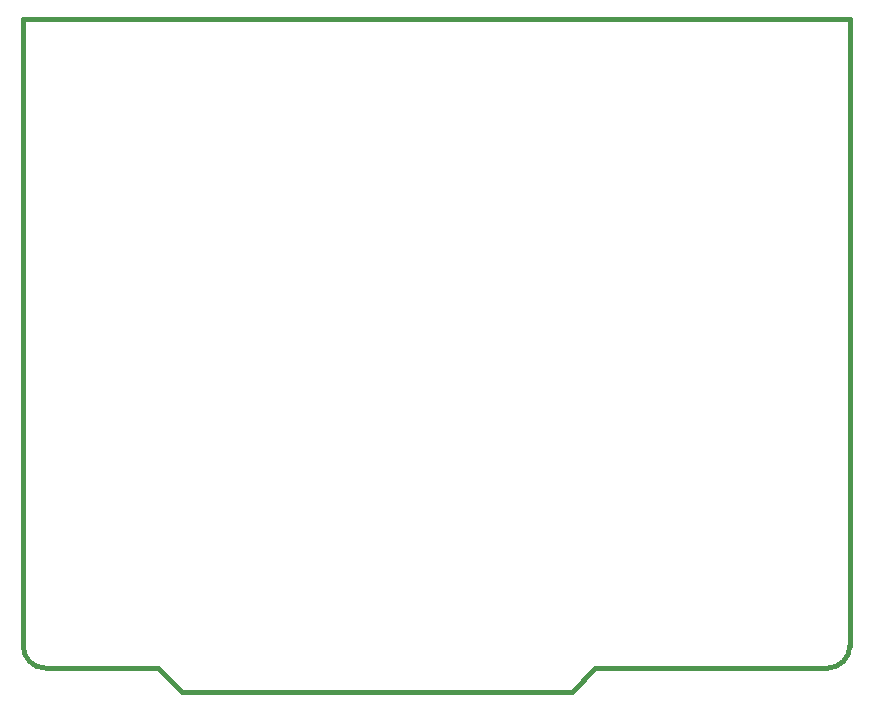
<source format=gko>
G04*
G04 #@! TF.GenerationSoftware,Altium Limited,Altium Designer,18.1.6 (161)*
G04*
G04 Layer_Color=16711935*
%FSTAX24Y24*%
%MOIN*%
G70*
G01*
G75*
%ADD40C,0.0150*%
D40*
X056809Y02D02*
G03*
X057559Y02075I0J00075D01*
G01*
X03D02*
G03*
X03075Y02I00075J0D01*
G01*
X03Y02075D02*
Y041654D01*
X03075Y02D02*
X034512D01*
X035299Y019213D01*
X048291D01*
X057559Y02075D02*
Y041654D01*
X03D02*
X057559D01*
X049079Y02D02*
X056809D01*
X048291Y019213D02*
X049079Y02D01*
M02*

</source>
